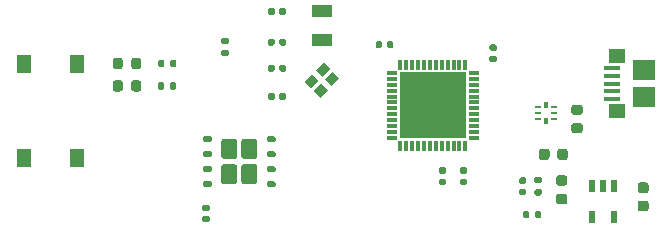
<source format=gbr>
%TF.GenerationSoftware,KiCad,Pcbnew,(5.1.9)-1*%
%TF.CreationDate,2021-08-30T22:49:49-04:00*%
%TF.ProjectId,STM32G491,53544d33-3247-4343-9931-2e6b69636164,rev?*%
%TF.SameCoordinates,Original*%
%TF.FileFunction,Paste,Top*%
%TF.FilePolarity,Positive*%
%FSLAX46Y46*%
G04 Gerber Fmt 4.6, Leading zero omitted, Abs format (unit mm)*
G04 Created by KiCad (PCBNEW (5.1.9)-1) date 2021-08-30 22:49:49*
%MOMM*%
%LPD*%
G01*
G04 APERTURE LIST*
%ADD10R,1.300000X1.550000*%
%ADD11R,1.450000X1.150000*%
%ADD12R,1.900000X1.750000*%
%ADD13R,1.400000X0.400000*%
%ADD14R,5.700000X5.700000*%
%ADD15R,0.300000X0.850000*%
%ADD16R,0.850000X0.300000*%
%ADD17R,0.300000X0.600000*%
%ADD18R,0.550000X0.250000*%
%ADD19R,0.550000X0.200000*%
%ADD20C,0.100000*%
%ADD21R,0.600000X1.100000*%
%ADD22R,1.800000X1.000000*%
G04 APERTURE END LIST*
D10*
%TO.C,RST*%
X161950000Y-83730000D03*
X166450000Y-83730000D03*
X166450000Y-75770000D03*
X161950000Y-75770000D03*
%TD*%
%TO.C,R_RST1*%
G36*
G01*
X179185000Y-74060000D02*
X178815000Y-74060000D01*
G75*
G02*
X178680000Y-73925000I0J135000D01*
G01*
X178680000Y-73655000D01*
G75*
G02*
X178815000Y-73520000I135000J0D01*
G01*
X179185000Y-73520000D01*
G75*
G02*
X179320000Y-73655000I0J-135000D01*
G01*
X179320000Y-73925000D01*
G75*
G02*
X179185000Y-74060000I-135000J0D01*
G01*
G37*
G36*
G01*
X179185000Y-75080000D02*
X178815000Y-75080000D01*
G75*
G02*
X178680000Y-74945000I0J135000D01*
G01*
X178680000Y-74675000D01*
G75*
G02*
X178815000Y-74540000I135000J0D01*
G01*
X179185000Y-74540000D01*
G75*
G02*
X179320000Y-74675000I0J-135000D01*
G01*
X179320000Y-74945000D01*
G75*
G02*
X179185000Y-75080000I-135000J0D01*
G01*
G37*
%TD*%
%TO.C,R_LED_VERDE1*%
G36*
G01*
X173860000Y-75515000D02*
X173860000Y-75885000D01*
G75*
G02*
X173725000Y-76020000I-135000J0D01*
G01*
X173455000Y-76020000D01*
G75*
G02*
X173320000Y-75885000I0J135000D01*
G01*
X173320000Y-75515000D01*
G75*
G02*
X173455000Y-75380000I135000J0D01*
G01*
X173725000Y-75380000D01*
G75*
G02*
X173860000Y-75515000I0J-135000D01*
G01*
G37*
G36*
G01*
X174880000Y-75515000D02*
X174880000Y-75885000D01*
G75*
G02*
X174745000Y-76020000I-135000J0D01*
G01*
X174475000Y-76020000D01*
G75*
G02*
X174340000Y-75885000I0J135000D01*
G01*
X174340000Y-75515000D01*
G75*
G02*
X174475000Y-75380000I135000J0D01*
G01*
X174745000Y-75380000D01*
G75*
G02*
X174880000Y-75515000I0J-135000D01*
G01*
G37*
%TD*%
%TO.C,R_LED_ROJO1*%
G36*
G01*
X173860000Y-77415000D02*
X173860000Y-77785000D01*
G75*
G02*
X173725000Y-77920000I-135000J0D01*
G01*
X173455000Y-77920000D01*
G75*
G02*
X173320000Y-77785000I0J135000D01*
G01*
X173320000Y-77415000D01*
G75*
G02*
X173455000Y-77280000I135000J0D01*
G01*
X173725000Y-77280000D01*
G75*
G02*
X173860000Y-77415000I0J-135000D01*
G01*
G37*
G36*
G01*
X174880000Y-77415000D02*
X174880000Y-77785000D01*
G75*
G02*
X174745000Y-77920000I-135000J0D01*
G01*
X174475000Y-77920000D01*
G75*
G02*
X174340000Y-77785000I0J135000D01*
G01*
X174340000Y-77415000D01*
G75*
G02*
X174475000Y-77280000I135000J0D01*
G01*
X174745000Y-77280000D01*
G75*
G02*
X174880000Y-77415000I0J-135000D01*
G01*
G37*
%TD*%
%TO.C,Led Verde (PA0)*%
G36*
G01*
X171050000Y-75956250D02*
X171050000Y-75443750D01*
G75*
G02*
X171268750Y-75225000I218750J0D01*
G01*
X171706250Y-75225000D01*
G75*
G02*
X171925000Y-75443750I0J-218750D01*
G01*
X171925000Y-75956250D01*
G75*
G02*
X171706250Y-76175000I-218750J0D01*
G01*
X171268750Y-76175000D01*
G75*
G02*
X171050000Y-75956250I0J218750D01*
G01*
G37*
G36*
G01*
X169475000Y-75956250D02*
X169475000Y-75443750D01*
G75*
G02*
X169693750Y-75225000I218750J0D01*
G01*
X170131250Y-75225000D01*
G75*
G02*
X170350000Y-75443750I0J-218750D01*
G01*
X170350000Y-75956250D01*
G75*
G02*
X170131250Y-76175000I-218750J0D01*
G01*
X169693750Y-76175000D01*
G75*
G02*
X169475000Y-75956250I0J218750D01*
G01*
G37*
%TD*%
%TO.C,Led Rojo (PA1)*%
G36*
G01*
X171050000Y-77856250D02*
X171050000Y-77343750D01*
G75*
G02*
X171268750Y-77125000I218750J0D01*
G01*
X171706250Y-77125000D01*
G75*
G02*
X171925000Y-77343750I0J-218750D01*
G01*
X171925000Y-77856250D01*
G75*
G02*
X171706250Y-78075000I-218750J0D01*
G01*
X171268750Y-78075000D01*
G75*
G02*
X171050000Y-77856250I0J218750D01*
G01*
G37*
G36*
G01*
X169475000Y-77856250D02*
X169475000Y-77343750D01*
G75*
G02*
X169693750Y-77125000I218750J0D01*
G01*
X170131250Y-77125000D01*
G75*
G02*
X170350000Y-77343750I0J-218750D01*
G01*
X170350000Y-77856250D01*
G75*
G02*
X170131250Y-78075000I-218750J0D01*
G01*
X169693750Y-78075000D01*
G75*
G02*
X169475000Y-77856250I0J218750D01*
G01*
G37*
%TD*%
D11*
%TO.C,USB_IN1*%
X212220000Y-79720000D03*
X212220000Y-75080000D03*
D12*
X214450000Y-78525000D03*
D13*
X211800000Y-77400000D03*
X211800000Y-76750000D03*
X211800000Y-76100000D03*
X211800000Y-78700000D03*
X211800000Y-78050000D03*
D12*
X214450000Y-76275000D03*
%TD*%
D14*
%TO.C,STM32*%
X196600000Y-79250000D03*
D15*
X193850000Y-75800000D03*
X194350000Y-75800000D03*
X194850000Y-75800000D03*
X195350000Y-75800000D03*
X195850000Y-75800000D03*
X196350000Y-75800000D03*
X196850000Y-75800000D03*
X197350000Y-75800000D03*
X197850000Y-75800000D03*
X198350000Y-75800000D03*
X198850000Y-75800000D03*
X199350000Y-75800000D03*
D16*
X200050000Y-76500000D03*
X200050000Y-77000000D03*
X200050000Y-77500000D03*
X200050000Y-78000000D03*
X200050000Y-78500000D03*
X200050000Y-79000000D03*
X200050000Y-79500000D03*
X200050000Y-80000000D03*
X200050000Y-80500000D03*
X200050000Y-81000000D03*
X200050000Y-81500000D03*
X200050000Y-82000000D03*
D15*
X199350000Y-82700000D03*
X198850000Y-82700000D03*
X198350000Y-82700000D03*
X197850000Y-82700000D03*
X197350000Y-82700000D03*
X196850000Y-82700000D03*
X196350000Y-82700000D03*
X195850000Y-82700000D03*
X195350000Y-82700000D03*
X194850000Y-82700000D03*
X194350000Y-82700000D03*
X193850000Y-82700000D03*
D16*
X193150000Y-82000000D03*
X193150000Y-81500000D03*
X193150000Y-81000000D03*
X193150000Y-80500000D03*
X193150000Y-80000000D03*
X193150000Y-79500000D03*
X193150000Y-79000000D03*
X193150000Y-78500000D03*
X193150000Y-78000000D03*
X193150000Y-77500000D03*
X193150000Y-77000000D03*
X193150000Y-76500000D03*
%TD*%
%TO.C,R102*%
G36*
G01*
X205240000Y-88685000D02*
X205240000Y-88315000D01*
G75*
G02*
X205375000Y-88180000I135000J0D01*
G01*
X205645000Y-88180000D01*
G75*
G02*
X205780000Y-88315000I0J-135000D01*
G01*
X205780000Y-88685000D01*
G75*
G02*
X205645000Y-88820000I-135000J0D01*
G01*
X205375000Y-88820000D01*
G75*
G02*
X205240000Y-88685000I0J135000D01*
G01*
G37*
G36*
G01*
X204220000Y-88685000D02*
X204220000Y-88315000D01*
G75*
G02*
X204355000Y-88180000I135000J0D01*
G01*
X204625000Y-88180000D01*
G75*
G02*
X204760000Y-88315000I0J-135000D01*
G01*
X204760000Y-88685000D01*
G75*
G02*
X204625000Y-88820000I-135000J0D01*
G01*
X204355000Y-88820000D01*
G75*
G02*
X204220000Y-88685000I0J135000D01*
G01*
G37*
%TD*%
%TO.C,R101*%
G36*
G01*
X205685000Y-85860000D02*
X205315000Y-85860000D01*
G75*
G02*
X205180000Y-85725000I0J135000D01*
G01*
X205180000Y-85455000D01*
G75*
G02*
X205315000Y-85320000I135000J0D01*
G01*
X205685000Y-85320000D01*
G75*
G02*
X205820000Y-85455000I0J-135000D01*
G01*
X205820000Y-85725000D01*
G75*
G02*
X205685000Y-85860000I-135000J0D01*
G01*
G37*
G36*
G01*
X205685000Y-86880000D02*
X205315000Y-86880000D01*
G75*
G02*
X205180000Y-86745000I0J135000D01*
G01*
X205180000Y-86475000D01*
G75*
G02*
X205315000Y-86340000I135000J0D01*
G01*
X205685000Y-86340000D01*
G75*
G02*
X205820000Y-86475000I0J-135000D01*
G01*
X205820000Y-86745000D01*
G75*
G02*
X205685000Y-86880000I-135000J0D01*
G01*
G37*
%TD*%
%TO.C,L101*%
G36*
G01*
X207756250Y-86050000D02*
X207243750Y-86050000D01*
G75*
G02*
X207025000Y-85831250I0J218750D01*
G01*
X207025000Y-85393750D01*
G75*
G02*
X207243750Y-85175000I218750J0D01*
G01*
X207756250Y-85175000D01*
G75*
G02*
X207975000Y-85393750I0J-218750D01*
G01*
X207975000Y-85831250D01*
G75*
G02*
X207756250Y-86050000I-218750J0D01*
G01*
G37*
G36*
G01*
X207756250Y-87625000D02*
X207243750Y-87625000D01*
G75*
G02*
X207025000Y-87406250I0J218750D01*
G01*
X207025000Y-86968750D01*
G75*
G02*
X207243750Y-86750000I218750J0D01*
G01*
X207756250Y-86750000D01*
G75*
G02*
X207975000Y-86968750I0J-218750D01*
G01*
X207975000Y-87406250D01*
G75*
G02*
X207756250Y-87625000I-218750J0D01*
G01*
G37*
%TD*%
D17*
%TO.C,IC1*%
X206200000Y-80550000D03*
D18*
X205525000Y-80400000D03*
D19*
X205525000Y-79900000D03*
D18*
X205525000Y-79400000D03*
D17*
X206200000Y-79250000D03*
D18*
X206875000Y-79400000D03*
D19*
X206875000Y-79900000D03*
D18*
X206875000Y-80400000D03*
%TD*%
%TO.C,FLASH*%
G36*
G01*
X180035000Y-82310000D02*
X180035000Y-83540000D01*
G75*
G02*
X179785000Y-83790000I-250000J0D01*
G01*
X178915000Y-83790000D01*
G75*
G02*
X178665000Y-83540000I0J250000D01*
G01*
X178665000Y-82310000D01*
G75*
G02*
X178915000Y-82060000I250000J0D01*
G01*
X179785000Y-82060000D01*
G75*
G02*
X180035000Y-82310000I0J-250000D01*
G01*
G37*
G36*
G01*
X180035000Y-84460000D02*
X180035000Y-85690000D01*
G75*
G02*
X179785000Y-85940000I-250000J0D01*
G01*
X178915000Y-85940000D01*
G75*
G02*
X178665000Y-85690000I0J250000D01*
G01*
X178665000Y-84460000D01*
G75*
G02*
X178915000Y-84210000I250000J0D01*
G01*
X179785000Y-84210000D01*
G75*
G02*
X180035000Y-84460000I0J-250000D01*
G01*
G37*
G36*
G01*
X181735000Y-82310000D02*
X181735000Y-83540000D01*
G75*
G02*
X181485000Y-83790000I-250000J0D01*
G01*
X180615000Y-83790000D01*
G75*
G02*
X180365000Y-83540000I0J250000D01*
G01*
X180365000Y-82310000D01*
G75*
G02*
X180615000Y-82060000I250000J0D01*
G01*
X181485000Y-82060000D01*
G75*
G02*
X181735000Y-82310000I0J-250000D01*
G01*
G37*
G36*
G01*
X181735000Y-84460000D02*
X181735000Y-85690000D01*
G75*
G02*
X181485000Y-85940000I-250000J0D01*
G01*
X180615000Y-85940000D01*
G75*
G02*
X180365000Y-85690000I0J250000D01*
G01*
X180365000Y-84460000D01*
G75*
G02*
X180615000Y-84210000I250000J0D01*
G01*
X181485000Y-84210000D01*
G75*
G02*
X181735000Y-84460000I0J-250000D01*
G01*
G37*
G36*
G01*
X177875000Y-85780000D02*
X177875000Y-86030000D01*
G75*
G02*
X177750000Y-86155000I-125000J0D01*
G01*
X177250000Y-86155000D01*
G75*
G02*
X177125000Y-86030000I0J125000D01*
G01*
X177125000Y-85780000D01*
G75*
G02*
X177250000Y-85655000I125000J0D01*
G01*
X177750000Y-85655000D01*
G75*
G02*
X177875000Y-85780000I0J-125000D01*
G01*
G37*
G36*
G01*
X177875000Y-84510000D02*
X177875000Y-84760000D01*
G75*
G02*
X177750000Y-84885000I-125000J0D01*
G01*
X177250000Y-84885000D01*
G75*
G02*
X177125000Y-84760000I0J125000D01*
G01*
X177125000Y-84510000D01*
G75*
G02*
X177250000Y-84385000I125000J0D01*
G01*
X177750000Y-84385000D01*
G75*
G02*
X177875000Y-84510000I0J-125000D01*
G01*
G37*
G36*
G01*
X177875000Y-83240000D02*
X177875000Y-83490000D01*
G75*
G02*
X177750000Y-83615000I-125000J0D01*
G01*
X177250000Y-83615000D01*
G75*
G02*
X177125000Y-83490000I0J125000D01*
G01*
X177125000Y-83240000D01*
G75*
G02*
X177250000Y-83115000I125000J0D01*
G01*
X177750000Y-83115000D01*
G75*
G02*
X177875000Y-83240000I0J-125000D01*
G01*
G37*
G36*
G01*
X177875000Y-81970000D02*
X177875000Y-82220000D01*
G75*
G02*
X177750000Y-82345000I-125000J0D01*
G01*
X177250000Y-82345000D01*
G75*
G02*
X177125000Y-82220000I0J125000D01*
G01*
X177125000Y-81970000D01*
G75*
G02*
X177250000Y-81845000I125000J0D01*
G01*
X177750000Y-81845000D01*
G75*
G02*
X177875000Y-81970000I0J-125000D01*
G01*
G37*
G36*
G01*
X183275000Y-81970000D02*
X183275000Y-82220000D01*
G75*
G02*
X183150000Y-82345000I-125000J0D01*
G01*
X182650000Y-82345000D01*
G75*
G02*
X182525000Y-82220000I0J125000D01*
G01*
X182525000Y-81970000D01*
G75*
G02*
X182650000Y-81845000I125000J0D01*
G01*
X183150000Y-81845000D01*
G75*
G02*
X183275000Y-81970000I0J-125000D01*
G01*
G37*
G36*
G01*
X183275000Y-83240000D02*
X183275000Y-83490000D01*
G75*
G02*
X183150000Y-83615000I-125000J0D01*
G01*
X182650000Y-83615000D01*
G75*
G02*
X182525000Y-83490000I0J125000D01*
G01*
X182525000Y-83240000D01*
G75*
G02*
X182650000Y-83115000I125000J0D01*
G01*
X183150000Y-83115000D01*
G75*
G02*
X183275000Y-83240000I0J-125000D01*
G01*
G37*
G36*
G01*
X183275000Y-84510000D02*
X183275000Y-84760000D01*
G75*
G02*
X183150000Y-84885000I-125000J0D01*
G01*
X182650000Y-84885000D01*
G75*
G02*
X182525000Y-84760000I0J125000D01*
G01*
X182525000Y-84510000D01*
G75*
G02*
X182650000Y-84385000I125000J0D01*
G01*
X183150000Y-84385000D01*
G75*
G02*
X183275000Y-84510000I0J-125000D01*
G01*
G37*
G36*
G01*
X183275000Y-85780000D02*
X183275000Y-86030000D01*
G75*
G02*
X183150000Y-86155000I-125000J0D01*
G01*
X182650000Y-86155000D01*
G75*
G02*
X182525000Y-86030000I0J125000D01*
G01*
X182525000Y-85780000D01*
G75*
G02*
X182650000Y-85655000I125000J0D01*
G01*
X183150000Y-85655000D01*
G75*
G02*
X183275000Y-85780000I0J-125000D01*
G01*
G37*
%TD*%
%TO.C,EMI_VDDS_FILTER_USB1*%
G36*
G01*
X209056250Y-80050000D02*
X208543750Y-80050000D01*
G75*
G02*
X208325000Y-79831250I0J218750D01*
G01*
X208325000Y-79393750D01*
G75*
G02*
X208543750Y-79175000I218750J0D01*
G01*
X209056250Y-79175000D01*
G75*
G02*
X209275000Y-79393750I0J-218750D01*
G01*
X209275000Y-79831250D01*
G75*
G02*
X209056250Y-80050000I-218750J0D01*
G01*
G37*
G36*
G01*
X209056250Y-81625000D02*
X208543750Y-81625000D01*
G75*
G02*
X208325000Y-81406250I0J218750D01*
G01*
X208325000Y-80968750D01*
G75*
G02*
X208543750Y-80750000I218750J0D01*
G01*
X209056250Y-80750000D01*
G75*
G02*
X209275000Y-80968750I0J-218750D01*
G01*
X209275000Y-81406250D01*
G75*
G02*
X209056250Y-81625000I-218750J0D01*
G01*
G37*
%TD*%
D20*
%TO.C,Crystal_48MHz1*%
G36*
X188119238Y-76392893D02*
G01*
X188684924Y-76958579D01*
X188048528Y-77594975D01*
X187482842Y-77029289D01*
X188119238Y-76392893D01*
G37*
G36*
X187129289Y-77382842D02*
G01*
X187694975Y-77948528D01*
X187058579Y-78584924D01*
X186492893Y-78019238D01*
X187129289Y-77382842D01*
G37*
G36*
X186351472Y-76605025D02*
G01*
X186917158Y-77170711D01*
X186280762Y-77807107D01*
X185715076Y-77241421D01*
X186351472Y-76605025D01*
G37*
G36*
X187341421Y-75615076D02*
G01*
X187907107Y-76180762D01*
X187270711Y-76817158D01*
X186705025Y-76251472D01*
X187341421Y-75615076D01*
G37*
%TD*%
%TO.C,C2(opt)1*%
G36*
G01*
X183200000Y-78330000D02*
X183200000Y-78670000D01*
G75*
G02*
X183060000Y-78810000I-140000J0D01*
G01*
X182780000Y-78810000D01*
G75*
G02*
X182640000Y-78670000I0J140000D01*
G01*
X182640000Y-78330000D01*
G75*
G02*
X182780000Y-78190000I140000J0D01*
G01*
X183060000Y-78190000D01*
G75*
G02*
X183200000Y-78330000I0J-140000D01*
G01*
G37*
G36*
G01*
X184160000Y-78330000D02*
X184160000Y-78670000D01*
G75*
G02*
X184020000Y-78810000I-140000J0D01*
G01*
X183740000Y-78810000D01*
G75*
G02*
X183600000Y-78670000I0J140000D01*
G01*
X183600000Y-78330000D01*
G75*
G02*
X183740000Y-78190000I140000J0D01*
G01*
X184020000Y-78190000D01*
G75*
G02*
X184160000Y-78330000I0J-140000D01*
G01*
G37*
%TD*%
%TO.C,C1(opt)1*%
G36*
G01*
X183200000Y-75930000D02*
X183200000Y-76270000D01*
G75*
G02*
X183060000Y-76410000I-140000J0D01*
G01*
X182780000Y-76410000D01*
G75*
G02*
X182640000Y-76270000I0J140000D01*
G01*
X182640000Y-75930000D01*
G75*
G02*
X182780000Y-75790000I140000J0D01*
G01*
X183060000Y-75790000D01*
G75*
G02*
X183200000Y-75930000I0J-140000D01*
G01*
G37*
G36*
G01*
X184160000Y-75930000D02*
X184160000Y-76270000D01*
G75*
G02*
X184020000Y-76410000I-140000J0D01*
G01*
X183740000Y-76410000D01*
G75*
G02*
X183600000Y-76270000I0J140000D01*
G01*
X183600000Y-75930000D01*
G75*
G02*
X183740000Y-75790000I140000J0D01*
G01*
X184020000Y-75790000D01*
G75*
G02*
X184160000Y-75930000I0J-140000D01*
G01*
G37*
%TD*%
%TO.C,C203*%
G36*
G01*
X204370000Y-85900000D02*
X204030000Y-85900000D01*
G75*
G02*
X203890000Y-85760000I0J140000D01*
G01*
X203890000Y-85480000D01*
G75*
G02*
X204030000Y-85340000I140000J0D01*
G01*
X204370000Y-85340000D01*
G75*
G02*
X204510000Y-85480000I0J-140000D01*
G01*
X204510000Y-85760000D01*
G75*
G02*
X204370000Y-85900000I-140000J0D01*
G01*
G37*
G36*
G01*
X204370000Y-86860000D02*
X204030000Y-86860000D01*
G75*
G02*
X203890000Y-86720000I0J140000D01*
G01*
X203890000Y-86440000D01*
G75*
G02*
X204030000Y-86300000I140000J0D01*
G01*
X204370000Y-86300000D01*
G75*
G02*
X204510000Y-86440000I0J-140000D01*
G01*
X204510000Y-86720000D01*
G75*
G02*
X204370000Y-86860000I-140000J0D01*
G01*
G37*
%TD*%
%TO.C,C202*%
G36*
G01*
X207125000Y-83650000D02*
X207125000Y-83150000D01*
G75*
G02*
X207350000Y-82925000I225000J0D01*
G01*
X207800000Y-82925000D01*
G75*
G02*
X208025000Y-83150000I0J-225000D01*
G01*
X208025000Y-83650000D01*
G75*
G02*
X207800000Y-83875000I-225000J0D01*
G01*
X207350000Y-83875000D01*
G75*
G02*
X207125000Y-83650000I0J225000D01*
G01*
G37*
G36*
G01*
X205575000Y-83650000D02*
X205575000Y-83150000D01*
G75*
G02*
X205800000Y-82925000I225000J0D01*
G01*
X206250000Y-82925000D01*
G75*
G02*
X206475000Y-83150000I0J-225000D01*
G01*
X206475000Y-83650000D01*
G75*
G02*
X206250000Y-83875000I-225000J0D01*
G01*
X205800000Y-83875000D01*
G75*
G02*
X205575000Y-83650000I0J225000D01*
G01*
G37*
%TD*%
%TO.C,C201*%
G36*
G01*
X214650000Y-86675000D02*
X214150000Y-86675000D01*
G75*
G02*
X213925000Y-86450000I0J225000D01*
G01*
X213925000Y-86000000D01*
G75*
G02*
X214150000Y-85775000I225000J0D01*
G01*
X214650000Y-85775000D01*
G75*
G02*
X214875000Y-86000000I0J-225000D01*
G01*
X214875000Y-86450000D01*
G75*
G02*
X214650000Y-86675000I-225000J0D01*
G01*
G37*
G36*
G01*
X214650000Y-88225000D02*
X214150000Y-88225000D01*
G75*
G02*
X213925000Y-88000000I0J225000D01*
G01*
X213925000Y-87550000D01*
G75*
G02*
X214150000Y-87325000I225000J0D01*
G01*
X214650000Y-87325000D01*
G75*
G02*
X214875000Y-87550000I0J-225000D01*
G01*
X214875000Y-88000000D01*
G75*
G02*
X214650000Y-88225000I-225000J0D01*
G01*
G37*
%TD*%
%TO.C,C105*%
G36*
G01*
X177230000Y-88600000D02*
X177570000Y-88600000D01*
G75*
G02*
X177710000Y-88740000I0J-140000D01*
G01*
X177710000Y-89020000D01*
G75*
G02*
X177570000Y-89160000I-140000J0D01*
G01*
X177230000Y-89160000D01*
G75*
G02*
X177090000Y-89020000I0J140000D01*
G01*
X177090000Y-88740000D01*
G75*
G02*
X177230000Y-88600000I140000J0D01*
G01*
G37*
G36*
G01*
X177230000Y-87640000D02*
X177570000Y-87640000D01*
G75*
G02*
X177710000Y-87780000I0J-140000D01*
G01*
X177710000Y-88060000D01*
G75*
G02*
X177570000Y-88200000I-140000J0D01*
G01*
X177230000Y-88200000D01*
G75*
G02*
X177090000Y-88060000I0J140000D01*
G01*
X177090000Y-87780000D01*
G75*
G02*
X177230000Y-87640000I140000J0D01*
G01*
G37*
%TD*%
%TO.C,C104*%
G36*
G01*
X197570000Y-85050000D02*
X197230000Y-85050000D01*
G75*
G02*
X197090000Y-84910000I0J140000D01*
G01*
X197090000Y-84630000D01*
G75*
G02*
X197230000Y-84490000I140000J0D01*
G01*
X197570000Y-84490000D01*
G75*
G02*
X197710000Y-84630000I0J-140000D01*
G01*
X197710000Y-84910000D01*
G75*
G02*
X197570000Y-85050000I-140000J0D01*
G01*
G37*
G36*
G01*
X197570000Y-86010000D02*
X197230000Y-86010000D01*
G75*
G02*
X197090000Y-85870000I0J140000D01*
G01*
X197090000Y-85590000D01*
G75*
G02*
X197230000Y-85450000I140000J0D01*
G01*
X197570000Y-85450000D01*
G75*
G02*
X197710000Y-85590000I0J-140000D01*
G01*
X197710000Y-85870000D01*
G75*
G02*
X197570000Y-86010000I-140000J0D01*
G01*
G37*
%TD*%
%TO.C,C103*%
G36*
G01*
X192700000Y-74270000D02*
X192700000Y-73930000D01*
G75*
G02*
X192840000Y-73790000I140000J0D01*
G01*
X193120000Y-73790000D01*
G75*
G02*
X193260000Y-73930000I0J-140000D01*
G01*
X193260000Y-74270000D01*
G75*
G02*
X193120000Y-74410000I-140000J0D01*
G01*
X192840000Y-74410000D01*
G75*
G02*
X192700000Y-74270000I0J140000D01*
G01*
G37*
G36*
G01*
X191740000Y-74270000D02*
X191740000Y-73930000D01*
G75*
G02*
X191880000Y-73790000I140000J0D01*
G01*
X192160000Y-73790000D01*
G75*
G02*
X192300000Y-73930000I0J-140000D01*
G01*
X192300000Y-74270000D01*
G75*
G02*
X192160000Y-74410000I-140000J0D01*
G01*
X191880000Y-74410000D01*
G75*
G02*
X191740000Y-74270000I0J140000D01*
G01*
G37*
%TD*%
%TO.C,C102*%
G36*
G01*
X201530000Y-75050000D02*
X201870000Y-75050000D01*
G75*
G02*
X202010000Y-75190000I0J-140000D01*
G01*
X202010000Y-75470000D01*
G75*
G02*
X201870000Y-75610000I-140000J0D01*
G01*
X201530000Y-75610000D01*
G75*
G02*
X201390000Y-75470000I0J140000D01*
G01*
X201390000Y-75190000D01*
G75*
G02*
X201530000Y-75050000I140000J0D01*
G01*
G37*
G36*
G01*
X201530000Y-74090000D02*
X201870000Y-74090000D01*
G75*
G02*
X202010000Y-74230000I0J-140000D01*
G01*
X202010000Y-74510000D01*
G75*
G02*
X201870000Y-74650000I-140000J0D01*
G01*
X201530000Y-74650000D01*
G75*
G02*
X201390000Y-74510000I0J140000D01*
G01*
X201390000Y-74230000D01*
G75*
G02*
X201530000Y-74090000I140000J0D01*
G01*
G37*
%TD*%
%TO.C,C101*%
G36*
G01*
X199370000Y-85050000D02*
X199030000Y-85050000D01*
G75*
G02*
X198890000Y-84910000I0J140000D01*
G01*
X198890000Y-84630000D01*
G75*
G02*
X199030000Y-84490000I140000J0D01*
G01*
X199370000Y-84490000D01*
G75*
G02*
X199510000Y-84630000I0J-140000D01*
G01*
X199510000Y-84910000D01*
G75*
G02*
X199370000Y-85050000I-140000J0D01*
G01*
G37*
G36*
G01*
X199370000Y-86010000D02*
X199030000Y-86010000D01*
G75*
G02*
X198890000Y-85870000I0J140000D01*
G01*
X198890000Y-85590000D01*
G75*
G02*
X199030000Y-85450000I140000J0D01*
G01*
X199370000Y-85450000D01*
G75*
G02*
X199510000Y-85590000I0J-140000D01*
G01*
X199510000Y-85870000D01*
G75*
G02*
X199370000Y-86010000I-140000J0D01*
G01*
G37*
%TD*%
%TO.C,C4*%
G36*
G01*
X183200000Y-73730000D02*
X183200000Y-74070000D01*
G75*
G02*
X183060000Y-74210000I-140000J0D01*
G01*
X182780000Y-74210000D01*
G75*
G02*
X182640000Y-74070000I0J140000D01*
G01*
X182640000Y-73730000D01*
G75*
G02*
X182780000Y-73590000I140000J0D01*
G01*
X183060000Y-73590000D01*
G75*
G02*
X183200000Y-73730000I0J-140000D01*
G01*
G37*
G36*
G01*
X184160000Y-73730000D02*
X184160000Y-74070000D01*
G75*
G02*
X184020000Y-74210000I-140000J0D01*
G01*
X183740000Y-74210000D01*
G75*
G02*
X183600000Y-74070000I0J140000D01*
G01*
X183600000Y-73730000D01*
G75*
G02*
X183740000Y-73590000I140000J0D01*
G01*
X184020000Y-73590000D01*
G75*
G02*
X184160000Y-73730000I0J-140000D01*
G01*
G37*
%TD*%
%TO.C,C3*%
G36*
G01*
X183200000Y-71130000D02*
X183200000Y-71470000D01*
G75*
G02*
X183060000Y-71610000I-140000J0D01*
G01*
X182780000Y-71610000D01*
G75*
G02*
X182640000Y-71470000I0J140000D01*
G01*
X182640000Y-71130000D01*
G75*
G02*
X182780000Y-70990000I140000J0D01*
G01*
X183060000Y-70990000D01*
G75*
G02*
X183200000Y-71130000I0J-140000D01*
G01*
G37*
G36*
G01*
X184160000Y-71130000D02*
X184160000Y-71470000D01*
G75*
G02*
X184020000Y-71610000I-140000J0D01*
G01*
X183740000Y-71610000D01*
G75*
G02*
X183600000Y-71470000I0J140000D01*
G01*
X183600000Y-71130000D01*
G75*
G02*
X183740000Y-70990000I140000J0D01*
G01*
X184020000Y-70990000D01*
G75*
G02*
X184160000Y-71130000I0J-140000D01*
G01*
G37*
%TD*%
D21*
%TO.C,BUCK3.3*%
X211950000Y-88700000D03*
X210050000Y-88700000D03*
X210050000Y-86100000D03*
X211000000Y-86100000D03*
X211950000Y-86100000D03*
%TD*%
D22*
%TO.C,32KHz_Crystal1*%
X187200000Y-73750000D03*
X187200000Y-71250000D03*
%TD*%
M02*

</source>
